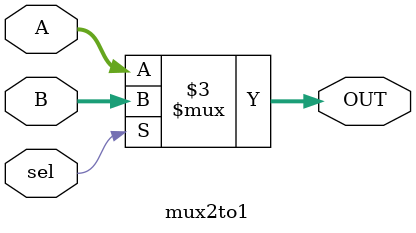
<source format=v>
module mux2to1
#(parameter  N = 32 )(
    input [N-1 : 0] A,B,
    input sel,
    output reg [N-1 :0] OUT
);

always @(*) begin
    if(sel)
    OUT=B;
    else
    OUT=A;
end

endmodule
</source>
